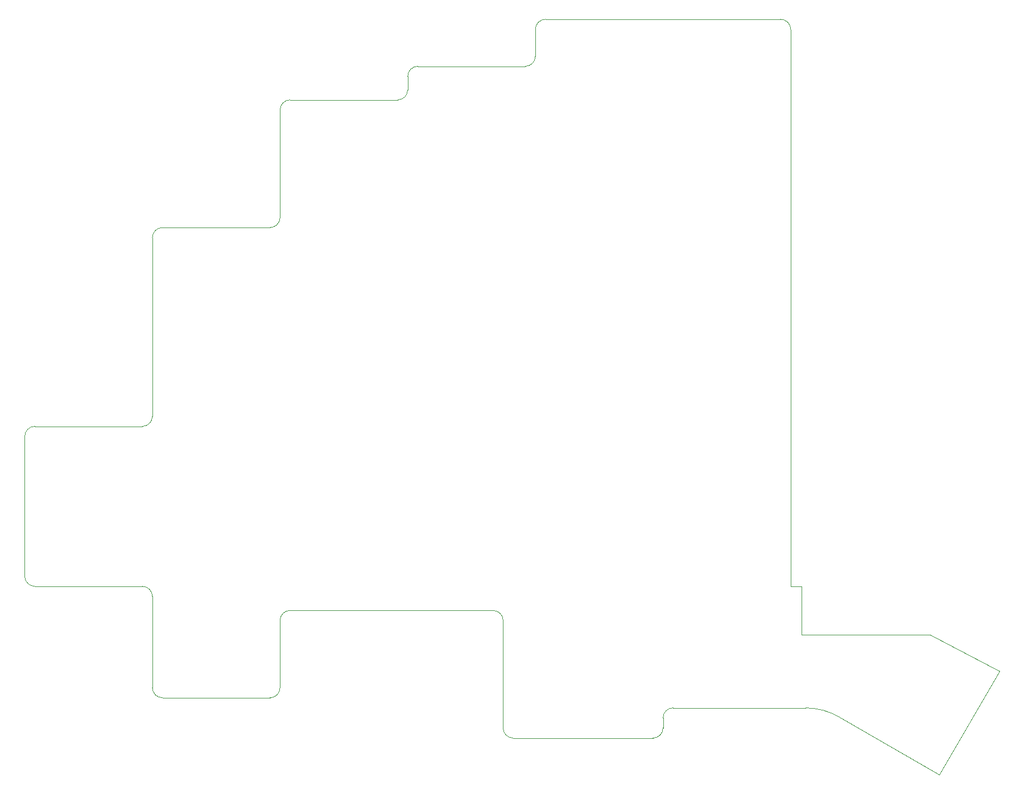
<source format=gbr>
%TF.GenerationSoftware,KiCad,Pcbnew,7.0.10*%
%TF.CreationDate,2024-05-01T10:45:41+02:00*%
%TF.ProjectId,talon,74616c6f-6e2e-46b6-9963-61645f706362,rev?*%
%TF.SameCoordinates,Original*%
%TF.FileFunction,Profile,NP*%
%FSLAX46Y46*%
G04 Gerber Fmt 4.6, Leading zero omitted, Abs format (unit mm)*
G04 Created by KiCad (PCBNEW 7.0.10) date 2024-05-01 10:45:41*
%MOMM*%
%LPD*%
G01*
G04 APERTURE LIST*
%TA.AperFunction,Profile*%
%ADD10C,0.100000*%
%TD*%
G04 APERTURE END LIST*
D10*
X159500000Y-50000000D02*
X159500000Y-46000661D01*
X197500000Y-46000000D02*
X197500000Y-128930000D01*
X156200000Y-151500000D02*
X177000000Y-151500000D01*
X102499533Y-130400660D02*
X102499533Y-144000000D01*
X197500000Y-128930000D02*
X199090000Y-128930000D01*
X101000000Y-105100000D02*
X85000000Y-105100000D01*
X85000000Y-105100000D02*
G75*
G03*
X83500000Y-106600000I0J-1500000D01*
G01*
X219640000Y-156960000D02*
X228540000Y-141570000D01*
X218265000Y-136080000D02*
X228540000Y-141570000D01*
X123000000Y-132500000D02*
X153200000Y-132500000D01*
X178500000Y-150000000D02*
X178500000Y-148500000D01*
X83500000Y-127399340D02*
G75*
G03*
X85000660Y-128900000I1500700J40D01*
G01*
X154700000Y-134000000D02*
X154700000Y-150000000D01*
X161000660Y-44500660D02*
X195990660Y-44500660D01*
X154700000Y-134000000D02*
G75*
G03*
X153200000Y-132500000I-1500000J0D01*
G01*
X161000660Y-44500000D02*
G75*
G03*
X159500000Y-46000661I40J-1500700D01*
G01*
X177000000Y-151500000D02*
G75*
G03*
X178500000Y-150000000I0J1500000D01*
G01*
X121500000Y-144000000D02*
X121500000Y-134000000D01*
X119999340Y-145500700D02*
G75*
G03*
X121500000Y-144000000I-40J1500700D01*
G01*
X123000000Y-56500000D02*
G75*
G03*
X121500000Y-58000000I0J-1500000D01*
G01*
X104000001Y-75500000D02*
G75*
G03*
X102500000Y-77000000I-1J-1500000D01*
G01*
X180000000Y-147000000D02*
X199710000Y-147000000D01*
X139000000Y-56500000D02*
X123000000Y-56500000D01*
X142000000Y-51500000D02*
G75*
G03*
X140500000Y-53000000I0J-1500000D01*
G01*
X197500000Y-46000000D02*
G75*
G03*
X196000000Y-44500000I-1500000J0D01*
G01*
X158000000Y-51500000D02*
G75*
G03*
X159500000Y-50000000I0J1500000D01*
G01*
X85000000Y-128900000D02*
X101000000Y-128900000D01*
X121500000Y-58000000D02*
X121500000Y-74000000D01*
X83500000Y-106609340D02*
X83500000Y-127399340D01*
X142000000Y-51500000D02*
X158000000Y-51500000D01*
X199090000Y-128930000D02*
X199090000Y-136080000D01*
X123000000Y-132499973D02*
G75*
G03*
X121498873Y-134001127I0J-1501127D01*
G01*
X154700000Y-150000000D02*
G75*
G03*
X156200000Y-151500000I1500000J0D01*
G01*
X104001127Y-145499533D02*
X120000000Y-145499533D01*
X199090000Y-136080000D02*
X218265000Y-136080000D01*
X140500000Y-55000000D02*
X140500000Y-53000000D01*
X102499600Y-130400660D02*
G75*
G03*
X100998873Y-128900000I-1500700J-40D01*
G01*
X204829989Y-148411555D02*
G75*
G03*
X199710000Y-147000001I-5193989J-8848245D01*
G01*
X139000000Y-56500000D02*
G75*
G03*
X140500000Y-55000000I0J1500000D01*
G01*
X204830000Y-148411536D02*
X219640000Y-156960000D01*
X102499340Y-103599340D02*
X102499340Y-77000000D01*
X119999340Y-75500700D02*
G75*
G03*
X121500000Y-74000000I-40J1500700D01*
G01*
X120000000Y-75500000D02*
X104000000Y-75500000D01*
X100999340Y-105099340D02*
G75*
G03*
X102499340Y-103599340I-40J1500040D01*
G01*
X102500467Y-143998873D02*
G75*
G03*
X104001127Y-145499533I1500633J-27D01*
G01*
X180000000Y-147000000D02*
G75*
G03*
X178500000Y-148500000I0J-1500000D01*
G01*
M02*

</source>
